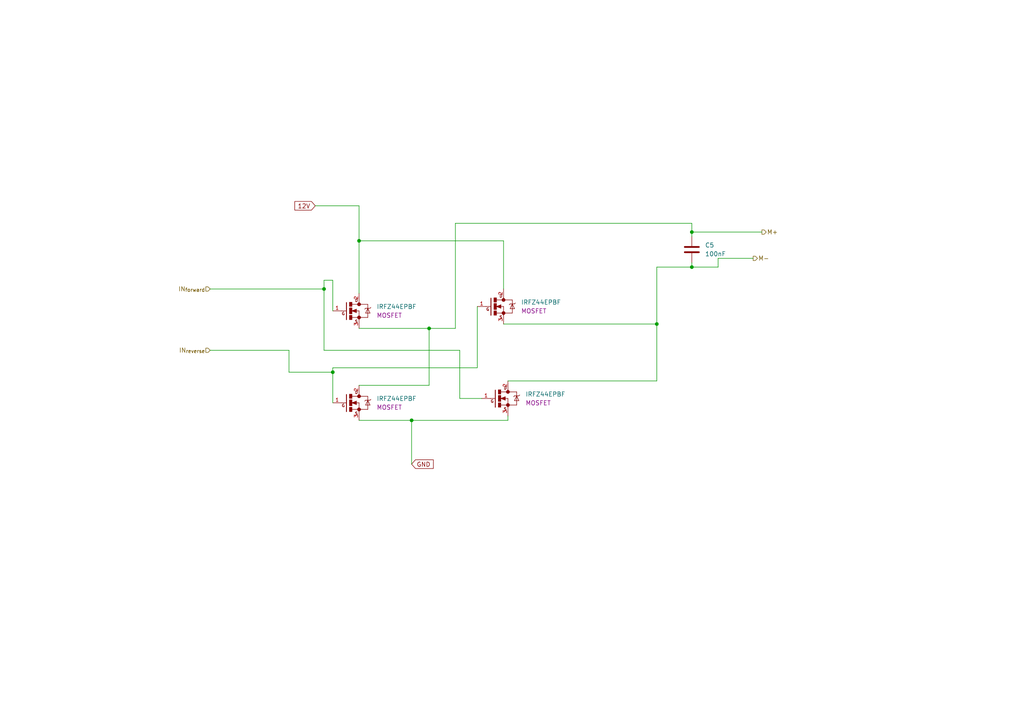
<source format=kicad_sch>
(kicad_sch (version 20250114) (generator "eeschema") (generator_version "9.0")
  (paper "A4")
  (lib_symbols
    (symbol "Device:C" (pin_numbers (hide yes)) (pin_names (offset 0.254))
      (property "Reference" "C" (at 0.635 2.54 0))
      (property "Value" "C" (at 0.635 -2.54 0))
      (symbol "C_0_1"
        (polyline (pts (xy -2.032 0.762) (xy 2.032 0.762)) (stroke (width 0.508)))
        (polyline (pts (xy -2.032 -0.762) (xy 2.032 -0.762)) (stroke (width 0.508)))
      )
      (symbol "C_1_1"
        (pin passive line (at 0 3.81 270) (length 2.794) (name "~") (number "1"))
        (pin passive line (at 0 -3.81 90) (length 2.794) (name "~") (number "2"))
      )
    )
    (symbol "ENPH:IRFZ44EPBF" (pin_names (offset 1.016))
      (property "Value" "IRFZ44EPBF" (at 5.0906 0 0))
      (property "Description" "MOSFET" (at -6.604 -4.826 0))
      (symbol "IRFZ44EPBF_0_0"
        (polyline (pts (xy -3.81 0) (xy -5.08 0)) (stroke (width 0.1524)))
        (polyline (pts (xy -3.6576 2.413) (xy -3.6576 -2.54)) (stroke (width 0.254)))
        (rectangle (start -2.8013 -2.5467) (end -2.032 -1.27) (stroke (width 0.1)) (fill (type outline)))
        (rectangle (start -2.7997 1.2726) (end -2.032 2.54) (stroke (width 0.1)) (fill (type outline)))
        (rectangle (start -2.7961 -0.8897) (end -2.032 0.889) (stroke (width 0.1)) (fill (type outline)))
        (polyline (pts (xy -2.032 0) (xy -0.762 -0.508)) (stroke (width 0.1524)))
        (polyline (pts (xy -2.032 -1.905) (xy 0 -1.905)) (stroke (width 0.1524)))
        (polyline (pts (xy -1.778 0) (xy -0.889 -0.254)) (stroke (width 0.3048)))
        (polyline (pts (xy -0.889 0.254) (xy -1.778 0)) (stroke (width 0.3048)))
        (polyline (pts (xy -0.889 0) (xy -1.143 0)) (stroke (width 0.3048)))
        (polyline (pts (xy -0.889 0) (xy 0 0)) (stroke (width 0.1524)))
        (polyline (pts (xy -0.889 -0.254) (xy -0.889 0)) (stroke (width 0.3048)))
        (polyline (pts (xy -0.762 0.508) (xy -2.032 0)) (stroke (width 0.1524)))
        (polyline (pts (xy -0.762 -0.508) (xy -0.762 0.508)) (stroke (width 0.1524)))
        (polyline (pts (xy 0 2.54) (xy 0 1.905)) (stroke (width 0.1524)))
        (circle (center 0 1.905) (radius 0.127) (stroke (width 0.4064)))
        (polyline (pts (xy 0 1.905) (xy -2.0066 1.905)) (stroke (width 0.1524)))
        (polyline (pts (xy 0 1.905) (xy 2.54 1.905)) (stroke (width 0.1524)))
        (polyline (pts (xy 0 0) (xy 0 -1.905)) (stroke (width 0.1524)))
        (polyline (pts (xy 0 -1.905) (xy 0 -2.54)) (stroke (width 0.1524)))
        (circle (center 0 -1.905) (radius 0.127) (stroke (width 0.4064)))
        (polyline (pts (xy 1.905 0.762) (xy 1.651 0.508)) (stroke (width 0.1524)))
        (polyline (pts (xy 1.905 0.762) (xy 2.54 0.762)) (stroke (width 0.1524)))
        (polyline (pts (xy 1.905 -0.635) (xy 3.175 -0.635)) (stroke (width 0.1524)))
        (polyline (pts (xy 2.54 1.905) (xy 2.54 0.762)) (stroke (width 0.1524)))
        (polyline (pts (xy 2.54 0.762) (xy 1.905 -0.635)) (stroke (width 0.1524)))
        (polyline (pts (xy 2.54 0.762) (xy 2.54 -1.905)) (stroke (width 0.1524)))
        (polyline (pts (xy 2.54 0.762) (xy 3.175 0.762)) (stroke (width 0.1524)))
        (polyline (pts (xy 2.54 -1.905) (xy 0 -1.905)) (stroke (width 0.1524)))
        (polyline (pts (xy 3.175 0.762) (xy 3.429 1.016)) (stroke (width 0.1524)))
        (polyline (pts (xy 3.175 -0.635) (xy 2.54 0.762)) (stroke (width 0.1524)))
        (text "G" (at -5.0828 -1.2707 0) (effects (font (size 0.8132 0.8132)) (justify left bottom)))
        (text "S" (at -1.2729 -3.5641 0) (effects (font (size 0.8146 0.8146)) (justify left bottom)))
        (text "D" (at -1.2723 2.5447 0) (effects (font (size 0.8143 0.8143)) (justify left bottom)))
        (pin passive line (at -7.62 0 0) (length 2.54) (name "~") (number "1"))
        (pin passive line (at 0 5.08 270) (length 2.54) (name "~") (number "2"))
        (pin passive line (at 0 -5.08 90) (length 2.54) (name "~") (number "3"))
      )
    )
  )
  (junction (at 119.38 121.92))
  (junction (at 124.46 95.25))
  (junction (at 200.66 67.31))
  (junction (at 200.66 77.47))
  (junction (at 96.52 107.95))
  (junction (at 93.98 83.82))
  (junction (at 190.5 93.98))
  (junction (at 104.14 69.85))
  (wire (pts (xy 147.32 121.92) (xy 147.32 120.65)))
  (wire (pts (xy 60.96 101.6) (xy 83.82 101.6)))
  (wire (pts (xy 91.44 59.69) (xy 104.14 59.69)))
  (wire (pts (xy 133.35 101.6) (xy 133.35 115.57)))
  (wire (pts (xy 60.96 83.82) (xy 93.98 83.82)))
  (wire (pts (xy 119.38 121.92) (xy 119.38 134.62)))
  (wire (pts (xy 133.35 115.57) (xy 139.7 115.57)))
  (wire (pts (xy 104.14 85.09) (xy 104.14 69.85)))
  (wire (pts (xy 200.66 77.47) (xy 190.5 77.47)))
  (wire (pts (xy 104.14 95.25) (xy 124.46 95.25)))
  (wire (pts (xy 146.05 83.82) (xy 146.05 69.85)))
  (wire (pts (xy 147.32 110.49) (xy 190.5 110.49)))
  (wire (pts (xy 104.14 111.76) (xy 124.46 111.76)))
  (wire (pts (xy 124.46 111.76) (xy 124.46 95.25)))
  (wire (pts (xy 83.82 101.6) (xy 83.82 107.95)))
  (wire (pts (xy 200.66 67.31) (xy 200.66 68.58)))
  (wire (pts (xy 132.08 64.77) (xy 200.66 64.77)))
  (wire (pts (xy 190.5 110.49) (xy 190.5 93.98)))
  (wire (pts (xy 124.46 95.25) (xy 132.08 95.25)))
  (wire (pts (xy 83.82 107.95) (xy 96.52 107.95)))
  (wire (pts (xy 96.52 81.28) (xy 96.52 90.17)))
  (wire (pts (xy 208.28 77.47) (xy 200.66 77.47)))
  (wire (pts (xy 104.14 69.85) (xy 146.05 69.85)))
  (wire (pts (xy 200.66 64.77) (xy 200.66 67.31)))
  (wire (pts (xy 132.08 95.25) (xy 132.08 64.77)))
  (wire (pts (xy 104.14 121.92) (xy 119.38 121.92)))
  (wire (pts (xy 200.66 67.31) (xy 220.98 67.31)))
  (wire (pts (xy 200.66 76.2) (xy 200.66 77.47)))
  (wire (pts (xy 146.05 93.98) (xy 190.5 93.98)))
  (wire (pts (xy 190.5 93.98) (xy 190.5 77.47)))
  (wire (pts (xy 96.52 106.68) (xy 138.43 106.68)))
  (wire (pts (xy 93.98 81.28) (xy 96.52 81.28)))
  (wire (pts (xy 138.43 106.68) (xy 138.43 88.9)))
  (wire (pts (xy 104.14 59.69) (xy 104.14 69.85)))
  (wire (pts (xy 93.98 81.28) (xy 93.98 83.82)))
  (wire (pts (xy 96.52 106.68) (xy 96.52 107.95)))
  (wire (pts (xy 96.52 107.95) (xy 96.52 116.84)))
  (wire (pts (xy 208.28 74.93) (xy 218.44 74.93)))
  (wire (pts (xy 119.38 121.92) (xy 147.32 121.92)))
  (wire (pts (xy 93.98 101.6) (xy 133.35 101.6)))
  (wire (pts (xy 93.98 83.82) (xy 93.98 101.6)))
  (wire (pts (xy 208.28 74.93) (xy 208.28 77.47)))
  (global_label "GND" (shape input) (at 119.38 134.62 0) (property "Intersheetrefs" "${INTERSHEET_REFS}" (effects (hide yes))))
  (global_label "12V" (shape input) (at 91.44 59.69 180) (property "Intersheetrefs" "${INTERSHEET_REFS}" (effects (hide yes))))
  (hierarchical_label "M-" (shape output) (at 218.44 74.93 0))
  (hierarchical_label "M+" (shape output) (at 220.98 67.31 0))
  (hierarchical_label "IN_{forward}" (shape input) (at 60.96 83.82 180))
  (hierarchical_label "IN_{reverse}" (shape input) (at 60.96 101.6 180))
  (symbol (lib_id "ENPH:IRFZ44EPBF") (at 104.14 116.84 0) (unit 1)
    (property "Reference" "U17" (effects (hide yes)))
    (property "Value" "IRFZ44EPBF" (at 109.22 115.6149 0) (effects (justify left)))
    (property "Footprint" "Package_TO_SOT_THT:TO-220-3_Vertical" (effects (hide yes)))
    (property "Description" "MOSFET" (at 109.22 118.1549 0) (effects (justify left)))
    (instances (project "HBridge" (path "" (reference "U17") (unit 1)) (path "" (reference "U4") (unit 1))))
  )
  (symbol (lib_id "Device:C") (at 200.66 72.39 0) (unit 1)
    (property "Reference" "C5" (at 204.47 71.1199 0) (effects (justify left)))
    (property "Value" "100nF" (at 204.47 73.6599 0) (effects (justify left)))
    (property "Footprint" "Capacitor_THT:CP_Radial_D4.0mm_P2.00mm" (effects (hide yes)))
    (property "Description" "Unpolarized capacitor" (effects (hide yes)))
    (instances (project "HBridge" (path "" (reference "C5") (unit 1)) (path "" (reference "C1") (unit 1))))
  )
  (symbol (lib_id "ENPH:IRFZ44EPBF") (at 147.32 115.57 0) (unit 1)
    (property "Reference" "U19" (effects (hide yes)))
    (property "Value" "IRFZ44EPBF" (at 152.4 114.3449 0) (effects (justify left)))
    (property "Footprint" "Package_TO_SOT_THT:TO-220-3_Vertical" (effects (hide yes)))
    (property "Description" "MOSFET" (at 152.4 116.8849 0) (effects (justify left)))
    (instances (project "HBridge" (path "" (reference "U19") (unit 1)) (path "" (reference "U6") (unit 1))))
  )
  (symbol (lib_id "ENPH:IRFZ44EPBF") (at 146.05 88.9 0) (unit 1)
    (property "Reference" "U18" (effects (hide yes)))
    (property "Value" "IRFZ44EPBF" (at 151.13 87.6749 0) (effects (justify left)))
    (property "Footprint" "Package_TO_SOT_THT:TO-220-3_Vertical" (effects (hide yes)))
    (property "Description" "MOSFET" (at 151.13 90.2149 0) (effects (justify left)))
    (instances (project "HBridge" (path "" (reference "U18") (unit 1)) (path "" (reference "U5") (unit 1))))
  )
  (symbol (lib_id "ENPH:IRFZ44EPBF") (at 104.14 90.17 0) (unit 1)
    (property "Reference" "U16" (effects (hide yes)))
    (property "Value" "IRFZ44EPBF" (at 109.22 88.9449 0) (effects (justify left)))
    (property "Footprint" "Package_TO_SOT_THT:TO-220-3_Vertical" (effects (hide yes)))
    (property "Description" "MOSFET" (at 109.22 91.4849 0) (effects (justify left)))
    (instances (project "HBridge" (path "" (reference "U16") (unit 1)) (path "" (reference "U3") (unit 1))))
  )
)
</source>
